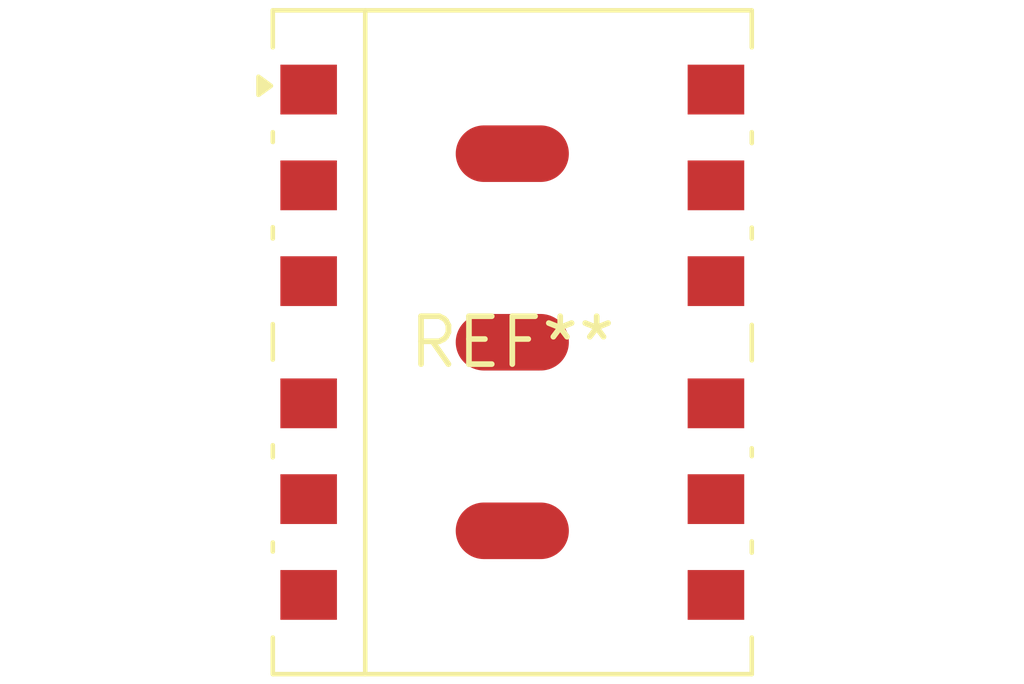
<source format=kicad_pcb>
(kicad_pcb (version 20240108) (generator pcbnew)
  (layers (0 "F.Cu" signal) (31 "B.Cu" signal) (34 "B.Paste" user) (35 "F.Paste" user) (36 "B.SilkS" user "B.Silkscreen") (37 "F.SilkS" user "F.Silkscreen") (38 "B.Mask" user) (39 "F.Mask" user) (44 "Edge.Cuts" user))
  (net 0 "")
  (footprint "Transformer_NF_ETAL_P3000" (layer "F.Cu") (at 0 0)
    (property "Reference" "REF**")
    (property "Value" "Transformer_NF_ETAL_P3000")
    (fp_line (start -6.35 -8.8) (end 6.35 -8.8) (layer "F.SilkS") (stroke (width 0.12)))
    (fp_line (start -6.35 -7.82) (end -6.35 -8.8) (layer "F.SilkS") (stroke (width 0.12)))
    (fp_line (start -6.35 -5.31) (end -6.35 -5.57) (layer "F.SilkS") (stroke (width 0.12)))
    (fp_line (start -6.35 -2.75) (end -6.35 -3.05) (layer "F.SilkS") (stroke (width 0.12)))
    (fp_line (start -6.35 0.46) (end -6.35 -0.48) (layer "F.SilkS") (stroke (width 0.12)))
    (fp_line (start -6.35 3.05) (end -6.35 2.73) (layer "F.SilkS") (stroke (width 0.12)))
    (fp_line (start -6.35 5.55) (end -6.35 5.31) (layer "F.SilkS") (stroke (width 0.12)))
    (fp_line (start -6.35 8.8) (end -6.35 7.83) (layer "F.SilkS") (stroke (width 0.12)))
    (fp_line (start -3.9 8.8) (end -3.9 -8.8) (layer "F.SilkS") (stroke (width 0.12)))
    (fp_line (start 6.35 -8.8) (end 6.35 -7.82) (layer "F.SilkS") (stroke (width 0.12)))
    (fp_line (start 6.35 -5.57) (end 6.35 -5.28) (layer "F.SilkS") (stroke (width 0.12)))
    (fp_line (start 6.35 -3.04) (end 6.35 -2.75) (layer "F.SilkS") (stroke (width 0.12)))
    (fp_line (start 6.35 -0.46) (end 6.35 0.48) (layer "F.SilkS") (stroke (width 0.12)))
    (fp_line (start 6.35 2.81) (end 6.35 3.02) (layer "F.SilkS") (stroke (width 0.12)))
    (fp_line (start 6.35 5.28) (end 6.35 5.58) (layer "F.SilkS") (stroke (width 0.12)))
    (fp_line (start 6.35 8.8) (end -6.35 8.8) (layer "F.SilkS") (stroke (width 0.12)))
    (fp_line (start 6.35 8.8) (end 6.35 7.83) (layer "F.SilkS") (stroke (width 0.12)))
    (fp_poly (pts (xy -6.4 -6.8) (xy -6.73 -6.56) (xy -6.73 -7.04) (xy -6.4 -6.8)) (layer "F.SilkS") (stroke (width 0.12)) (fill solid))
    (pad "1" smd rect (at -5.4 -6.7 270) (size 1.32 1.5) (layers "F.Cu" "F.Paste" "F.Mask"))
    (pad "2" smd rect (at -5.4 -4.16 270) (size 1.32 1.5) (layers "F.Cu" "F.Paste" "F.Mask"))
    (pad "3" smd rect (at -5.4 -1.62 270) (size 1.32 1.5) (layers "F.Cu" "F.Paste" "F.Mask"))
    (pad "4" smd rect (at -5.4 1.62 270) (size 1.32 1.5) (layers "F.Cu" "F.Paste" "F.Mask"))
    (pad "5" smd rect (at -5.4 4.16 270) (size 1.32 1.5) (layers "F.Cu" "F.Paste" "F.Mask"))
    (pad "6" smd rect (at -5.4 6.7 270) (size 1.32 1.5) (layers "F.Cu" "F.Paste" "F.Mask"))
    (pad "7" smd rect (at 5.4 6.7 270) (size 1.32 1.5) (layers "F.Cu" "F.Paste" "F.Mask"))
    (pad "8" smd rect (at 5.4 4.16 270) (size 1.32 1.5) (layers "F.Cu" "F.Paste" "F.Mask"))
    (pad "9" smd rect (at 5.4 1.62 270) (size 1.32 1.5) (layers "F.Cu" "F.Paste" "F.Mask"))
    (pad "10" smd rect (at 5.4 -1.62 270) (size 1.32 1.5) (layers "F.Cu" "F.Paste" "F.Mask"))
    (pad "11" smd rect (at 5.4 -4.16 270) (size 1.32 1.5) (layers "F.Cu" "F.Paste" "F.Mask"))
    (pad "12" smd rect (at 5.4 -6.7 270) (size 1.32 1.5) (layers "F.Cu" "F.Paste" "F.Mask"))
    (pad "13" smd oval (at 0 -5 270) (size 1.5 3) (layers "F.Cu" "F.Paste" "F.Mask"))
    (pad "13" smd oval (at 0 0 270) (size 1.5 3) (layers "F.Cu" "F.Paste" "F.Mask"))
    (pad "13" smd oval (at 0 5 270) (size 1.5 3) (layers "F.Cu" "F.Paste" "F.Mask"))
  )
)
</source>
